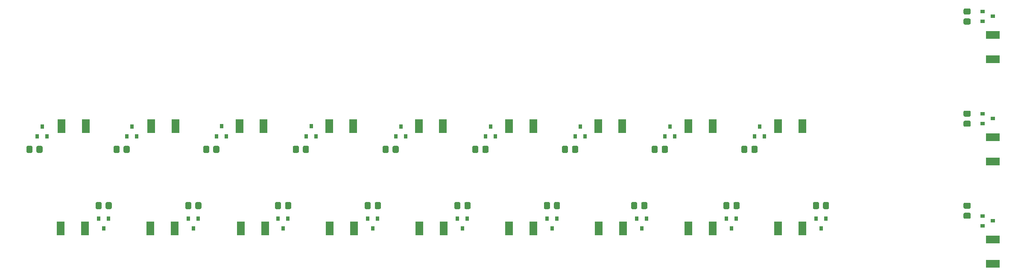
<source format=gbr>
%TF.GenerationSoftware,KiCad,Pcbnew,(5.1.12)-1*%
%TF.CreationDate,2022-04-06T16:59:54+05:30*%
%TF.ProjectId,Diet,44696574-2e6b-4696-9361-645f70636258,rev?*%
%TF.SameCoordinates,Original*%
%TF.FileFunction,Paste,Top*%
%TF.FilePolarity,Positive*%
%FSLAX46Y46*%
G04 Gerber Fmt 4.6, Leading zero omitted, Abs format (unit mm)*
G04 Created by KiCad (PCBNEW (5.1.12)-1) date 2022-04-06 16:59:54*
%MOMM*%
%LPD*%
G01*
G04 APERTURE LIST*
%ADD10R,1.500000X2.700000*%
%ADD11R,0.800000X0.900000*%
%ADD12R,2.700000X1.500000*%
%ADD13R,0.900000X0.800000*%
G04 APERTURE END LIST*
D10*
%TO.C,D1*%
X177660000Y-96520000D03*
X172860000Y-96520000D03*
%TD*%
%TO.C,D2*%
X48540000Y-76200000D03*
X53340000Y-76200000D03*
%TD*%
%TO.C,D3*%
X190640000Y-76200000D03*
X195440000Y-76200000D03*
%TD*%
%TO.C,D4*%
X119380000Y-76200000D03*
X124180000Y-76200000D03*
%TD*%
%TO.C,D5*%
X106540000Y-96520000D03*
X101740000Y-96520000D03*
%TD*%
%TO.C,D6*%
X190640000Y-96520000D03*
X195440000Y-96520000D03*
%TD*%
%TO.C,D7*%
X71120000Y-76200000D03*
X66320000Y-76200000D03*
%TD*%
%TO.C,D8*%
X53200000Y-96520000D03*
X48400000Y-96520000D03*
%TD*%
%TO.C,D9*%
X142100000Y-76200000D03*
X137300000Y-76200000D03*
%TD*%
%TO.C,D10*%
X119520000Y-96520000D03*
X124320000Y-96520000D03*
%TD*%
%TO.C,D11*%
X88620000Y-76200000D03*
X83820000Y-76200000D03*
%TD*%
%TO.C,D12*%
X70980000Y-96520000D03*
X66180000Y-96520000D03*
%TD*%
%TO.C,D13*%
X159740000Y-76200000D03*
X154940000Y-76200000D03*
%TD*%
%TO.C,D14*%
X142100000Y-96520000D03*
X137300000Y-96520000D03*
%TD*%
%TO.C,D15*%
X101600000Y-76200000D03*
X106400000Y-76200000D03*
%TD*%
%TO.C,D16*%
X84100000Y-96520000D03*
X88900000Y-96520000D03*
%TD*%
%TO.C,D17*%
X177660000Y-76200000D03*
X172860000Y-76200000D03*
%TD*%
%TO.C,D18*%
X155080000Y-96520000D03*
X159880000Y-96520000D03*
%TD*%
D11*
%TO.C,Q1*%
X181356000Y-96504000D03*
X180406000Y-94504000D03*
X182306000Y-94504000D03*
%TD*%
%TO.C,Q2*%
X44704000Y-76216000D03*
X45654000Y-78216000D03*
X43754000Y-78216000D03*
%TD*%
%TO.C,Q3*%
X185994000Y-78216000D03*
X187894000Y-78216000D03*
X186944000Y-76216000D03*
%TD*%
%TO.C,Q4*%
X114874000Y-78216000D03*
X116774000Y-78216000D03*
X115824000Y-76216000D03*
%TD*%
%TO.C,Q5*%
X110236000Y-96520000D03*
X109286000Y-94520000D03*
X111186000Y-94520000D03*
%TD*%
%TO.C,Q6*%
X200086000Y-94504000D03*
X198186000Y-94504000D03*
X199136000Y-96504000D03*
%TD*%
%TO.C,Q7*%
X62484000Y-76216000D03*
X63434000Y-78216000D03*
X61534000Y-78216000D03*
%TD*%
%TO.C,Q8*%
X57846000Y-94504000D03*
X55946000Y-94504000D03*
X56896000Y-96504000D03*
%TD*%
%TO.C,Q9*%
X132654000Y-78216000D03*
X134554000Y-78216000D03*
X133604000Y-76216000D03*
%TD*%
%TO.C,Q10*%
X128966000Y-94520000D03*
X127066000Y-94520000D03*
X128016000Y-96520000D03*
%TD*%
%TO.C,Q11*%
X80264000Y-76200000D03*
X81214000Y-78200000D03*
X79314000Y-78200000D03*
%TD*%
%TO.C,Q12*%
X75626000Y-94504000D03*
X73726000Y-94504000D03*
X74676000Y-96504000D03*
%TD*%
%TO.C,Q13*%
X151384000Y-76216000D03*
X152334000Y-78216000D03*
X150434000Y-78216000D03*
%TD*%
%TO.C,Q14*%
X146746000Y-94520000D03*
X144846000Y-94520000D03*
X145796000Y-96520000D03*
%TD*%
%TO.C,Q15*%
X97094000Y-78200000D03*
X98994000Y-78200000D03*
X98044000Y-76200000D03*
%TD*%
%TO.C,Q16*%
X92456000Y-96504000D03*
X91506000Y-94504000D03*
X93406000Y-94504000D03*
%TD*%
%TO.C,Q17*%
X169164000Y-76216000D03*
X170114000Y-78216000D03*
X168214000Y-78216000D03*
%TD*%
%TO.C,Q18*%
X163576000Y-96504000D03*
X162626000Y-94504000D03*
X164526000Y-94504000D03*
%TD*%
%TO.C,R2*%
G36*
G01*
X180972000Y-91497999D02*
X180972000Y-92398001D01*
G75*
G02*
X180722001Y-92648000I-249999J0D01*
G01*
X180021999Y-92648000D01*
G75*
G02*
X179772000Y-92398001I0J249999D01*
G01*
X179772000Y-91497999D01*
G75*
G02*
X180021999Y-91248000I249999J0D01*
G01*
X180722001Y-91248000D01*
G75*
G02*
X180972000Y-91497999I0J-249999D01*
G01*
G37*
G36*
G01*
X182972000Y-91497999D02*
X182972000Y-92398001D01*
G75*
G02*
X182722001Y-92648000I-249999J0D01*
G01*
X182021999Y-92648000D01*
G75*
G02*
X181772000Y-92398001I0J249999D01*
G01*
X181772000Y-91497999D01*
G75*
G02*
X182021999Y-91248000I249999J0D01*
G01*
X182722001Y-91248000D01*
G75*
G02*
X182972000Y-91497999I0J-249999D01*
G01*
G37*
%TD*%
%TO.C,R3*%
G36*
G01*
X42780000Y-80321999D02*
X42780000Y-81222001D01*
G75*
G02*
X42530001Y-81472000I-249999J0D01*
G01*
X41829999Y-81472000D01*
G75*
G02*
X41580000Y-81222001I0J249999D01*
G01*
X41580000Y-80321999D01*
G75*
G02*
X41829999Y-80072000I249999J0D01*
G01*
X42530001Y-80072000D01*
G75*
G02*
X42780000Y-80321999I0J-249999D01*
G01*
G37*
G36*
G01*
X44780000Y-80321999D02*
X44780000Y-81222001D01*
G75*
G02*
X44530001Y-81472000I-249999J0D01*
G01*
X43829999Y-81472000D01*
G75*
G02*
X43580000Y-81222001I0J249999D01*
G01*
X43580000Y-80321999D01*
G75*
G02*
X43829999Y-80072000I249999J0D01*
G01*
X44530001Y-80072000D01*
G75*
G02*
X44780000Y-80321999I0J-249999D01*
G01*
G37*
%TD*%
%TO.C,R4*%
G36*
G01*
X186528000Y-80321999D02*
X186528000Y-81222001D01*
G75*
G02*
X186278001Y-81472000I-249999J0D01*
G01*
X185577999Y-81472000D01*
G75*
G02*
X185328000Y-81222001I0J249999D01*
G01*
X185328000Y-80321999D01*
G75*
G02*
X185577999Y-80072000I249999J0D01*
G01*
X186278001Y-80072000D01*
G75*
G02*
X186528000Y-80321999I0J-249999D01*
G01*
G37*
G36*
G01*
X184528000Y-80321999D02*
X184528000Y-81222001D01*
G75*
G02*
X184278001Y-81472000I-249999J0D01*
G01*
X183577999Y-81472000D01*
G75*
G02*
X183328000Y-81222001I0J249999D01*
G01*
X183328000Y-80321999D01*
G75*
G02*
X183577999Y-80072000I249999J0D01*
G01*
X184278001Y-80072000D01*
G75*
G02*
X184528000Y-80321999I0J-249999D01*
G01*
G37*
%TD*%
%TO.C,R5*%
G36*
G01*
X115392000Y-80321999D02*
X115392000Y-81222001D01*
G75*
G02*
X115142001Y-81472000I-249999J0D01*
G01*
X114441999Y-81472000D01*
G75*
G02*
X114192000Y-81222001I0J249999D01*
G01*
X114192000Y-80321999D01*
G75*
G02*
X114441999Y-80072000I249999J0D01*
G01*
X115142001Y-80072000D01*
G75*
G02*
X115392000Y-80321999I0J-249999D01*
G01*
G37*
G36*
G01*
X113392000Y-80321999D02*
X113392000Y-81222001D01*
G75*
G02*
X113142001Y-81472000I-249999J0D01*
G01*
X112441999Y-81472000D01*
G75*
G02*
X112192000Y-81222001I0J249999D01*
G01*
X112192000Y-80321999D01*
G75*
G02*
X112441999Y-80072000I249999J0D01*
G01*
X113142001Y-80072000D01*
G75*
G02*
X113392000Y-80321999I0J-249999D01*
G01*
G37*
%TD*%
%TO.C,R6*%
G36*
G01*
X109852000Y-91497999D02*
X109852000Y-92398001D01*
G75*
G02*
X109602001Y-92648000I-249999J0D01*
G01*
X108901999Y-92648000D01*
G75*
G02*
X108652000Y-92398001I0J249999D01*
G01*
X108652000Y-91497999D01*
G75*
G02*
X108901999Y-91248000I249999J0D01*
G01*
X109602001Y-91248000D01*
G75*
G02*
X109852000Y-91497999I0J-249999D01*
G01*
G37*
G36*
G01*
X111852000Y-91497999D02*
X111852000Y-92398001D01*
G75*
G02*
X111602001Y-92648000I-249999J0D01*
G01*
X110901999Y-92648000D01*
G75*
G02*
X110652000Y-92398001I0J249999D01*
G01*
X110652000Y-91497999D01*
G75*
G02*
X110901999Y-91248000I249999J0D01*
G01*
X111602001Y-91248000D01*
G75*
G02*
X111852000Y-91497999I0J-249999D01*
G01*
G37*
%TD*%
%TO.C,R7*%
G36*
G01*
X198720000Y-91497999D02*
X198720000Y-92398001D01*
G75*
G02*
X198470001Y-92648000I-249999J0D01*
G01*
X197769999Y-92648000D01*
G75*
G02*
X197520000Y-92398001I0J249999D01*
G01*
X197520000Y-91497999D01*
G75*
G02*
X197769999Y-91248000I249999J0D01*
G01*
X198470001Y-91248000D01*
G75*
G02*
X198720000Y-91497999I0J-249999D01*
G01*
G37*
G36*
G01*
X200720000Y-91497999D02*
X200720000Y-92398001D01*
G75*
G02*
X200470001Y-92648000I-249999J0D01*
G01*
X199769999Y-92648000D01*
G75*
G02*
X199520000Y-92398001I0J249999D01*
G01*
X199520000Y-91497999D01*
G75*
G02*
X199769999Y-91248000I249999J0D01*
G01*
X200470001Y-91248000D01*
G75*
G02*
X200720000Y-91497999I0J-249999D01*
G01*
G37*
%TD*%
%TO.C,R8*%
G36*
G01*
X60052000Y-80321999D02*
X60052000Y-81222001D01*
G75*
G02*
X59802001Y-81472000I-249999J0D01*
G01*
X59101999Y-81472000D01*
G75*
G02*
X58852000Y-81222001I0J249999D01*
G01*
X58852000Y-80321999D01*
G75*
G02*
X59101999Y-80072000I249999J0D01*
G01*
X59802001Y-80072000D01*
G75*
G02*
X60052000Y-80321999I0J-249999D01*
G01*
G37*
G36*
G01*
X62052000Y-80321999D02*
X62052000Y-81222001D01*
G75*
G02*
X61802001Y-81472000I-249999J0D01*
G01*
X61101999Y-81472000D01*
G75*
G02*
X60852000Y-81222001I0J249999D01*
G01*
X60852000Y-80321999D01*
G75*
G02*
X61101999Y-80072000I249999J0D01*
G01*
X61802001Y-80072000D01*
G75*
G02*
X62052000Y-80321999I0J-249999D01*
G01*
G37*
%TD*%
%TO.C,R9*%
G36*
G01*
X58496000Y-91497999D02*
X58496000Y-92398001D01*
G75*
G02*
X58246001Y-92648000I-249999J0D01*
G01*
X57545999Y-92648000D01*
G75*
G02*
X57296000Y-92398001I0J249999D01*
G01*
X57296000Y-91497999D01*
G75*
G02*
X57545999Y-91248000I249999J0D01*
G01*
X58246001Y-91248000D01*
G75*
G02*
X58496000Y-91497999I0J-249999D01*
G01*
G37*
G36*
G01*
X56496000Y-91497999D02*
X56496000Y-92398001D01*
G75*
G02*
X56246001Y-92648000I-249999J0D01*
G01*
X55545999Y-92648000D01*
G75*
G02*
X55296000Y-92398001I0J249999D01*
G01*
X55296000Y-91497999D01*
G75*
G02*
X55545999Y-91248000I249999J0D01*
G01*
X56246001Y-91248000D01*
G75*
G02*
X56496000Y-91497999I0J-249999D01*
G01*
G37*
%TD*%
%TO.C,R10*%
G36*
G01*
X131188000Y-80321999D02*
X131188000Y-81222001D01*
G75*
G02*
X130938001Y-81472000I-249999J0D01*
G01*
X130237999Y-81472000D01*
G75*
G02*
X129988000Y-81222001I0J249999D01*
G01*
X129988000Y-80321999D01*
G75*
G02*
X130237999Y-80072000I249999J0D01*
G01*
X130938001Y-80072000D01*
G75*
G02*
X131188000Y-80321999I0J-249999D01*
G01*
G37*
G36*
G01*
X133188000Y-80321999D02*
X133188000Y-81222001D01*
G75*
G02*
X132938001Y-81472000I-249999J0D01*
G01*
X132237999Y-81472000D01*
G75*
G02*
X131988000Y-81222001I0J249999D01*
G01*
X131988000Y-80321999D01*
G75*
G02*
X132237999Y-80072000I249999J0D01*
G01*
X132938001Y-80072000D01*
G75*
G02*
X133188000Y-80321999I0J-249999D01*
G01*
G37*
%TD*%
%TO.C,R11*%
G36*
G01*
X127632000Y-91497999D02*
X127632000Y-92398001D01*
G75*
G02*
X127382001Y-92648000I-249999J0D01*
G01*
X126681999Y-92648000D01*
G75*
G02*
X126432000Y-92398001I0J249999D01*
G01*
X126432000Y-91497999D01*
G75*
G02*
X126681999Y-91248000I249999J0D01*
G01*
X127382001Y-91248000D01*
G75*
G02*
X127632000Y-91497999I0J-249999D01*
G01*
G37*
G36*
G01*
X129632000Y-91497999D02*
X129632000Y-92398001D01*
G75*
G02*
X129382001Y-92648000I-249999J0D01*
G01*
X128681999Y-92648000D01*
G75*
G02*
X128432000Y-92398001I0J249999D01*
G01*
X128432000Y-91497999D01*
G75*
G02*
X128681999Y-91248000I249999J0D01*
G01*
X129382001Y-91248000D01*
G75*
G02*
X129632000Y-91497999I0J-249999D01*
G01*
G37*
%TD*%
%TO.C,R12*%
G36*
G01*
X77832000Y-80321999D02*
X77832000Y-81222001D01*
G75*
G02*
X77582001Y-81472000I-249999J0D01*
G01*
X76881999Y-81472000D01*
G75*
G02*
X76632000Y-81222001I0J249999D01*
G01*
X76632000Y-80321999D01*
G75*
G02*
X76881999Y-80072000I249999J0D01*
G01*
X77582001Y-80072000D01*
G75*
G02*
X77832000Y-80321999I0J-249999D01*
G01*
G37*
G36*
G01*
X79832000Y-80321999D02*
X79832000Y-81222001D01*
G75*
G02*
X79582001Y-81472000I-249999J0D01*
G01*
X78881999Y-81472000D01*
G75*
G02*
X78632000Y-81222001I0J249999D01*
G01*
X78632000Y-80321999D01*
G75*
G02*
X78881999Y-80072000I249999J0D01*
G01*
X79582001Y-80072000D01*
G75*
G02*
X79832000Y-80321999I0J-249999D01*
G01*
G37*
%TD*%
%TO.C,R13*%
G36*
G01*
X76276000Y-91497999D02*
X76276000Y-92398001D01*
G75*
G02*
X76026001Y-92648000I-249999J0D01*
G01*
X75325999Y-92648000D01*
G75*
G02*
X75076000Y-92398001I0J249999D01*
G01*
X75076000Y-91497999D01*
G75*
G02*
X75325999Y-91248000I249999J0D01*
G01*
X76026001Y-91248000D01*
G75*
G02*
X76276000Y-91497999I0J-249999D01*
G01*
G37*
G36*
G01*
X74276000Y-91497999D02*
X74276000Y-92398001D01*
G75*
G02*
X74026001Y-92648000I-249999J0D01*
G01*
X73325999Y-92648000D01*
G75*
G02*
X73076000Y-92398001I0J249999D01*
G01*
X73076000Y-91497999D01*
G75*
G02*
X73325999Y-91248000I249999J0D01*
G01*
X74026001Y-91248000D01*
G75*
G02*
X74276000Y-91497999I0J-249999D01*
G01*
G37*
%TD*%
%TO.C,R14*%
G36*
G01*
X150968000Y-80321999D02*
X150968000Y-81222001D01*
G75*
G02*
X150718001Y-81472000I-249999J0D01*
G01*
X150017999Y-81472000D01*
G75*
G02*
X149768000Y-81222001I0J249999D01*
G01*
X149768000Y-80321999D01*
G75*
G02*
X150017999Y-80072000I249999J0D01*
G01*
X150718001Y-80072000D01*
G75*
G02*
X150968000Y-80321999I0J-249999D01*
G01*
G37*
G36*
G01*
X148968000Y-80321999D02*
X148968000Y-81222001D01*
G75*
G02*
X148718001Y-81472000I-249999J0D01*
G01*
X148017999Y-81472000D01*
G75*
G02*
X147768000Y-81222001I0J249999D01*
G01*
X147768000Y-80321999D01*
G75*
G02*
X148017999Y-80072000I249999J0D01*
G01*
X148718001Y-80072000D01*
G75*
G02*
X148968000Y-80321999I0J-249999D01*
G01*
G37*
%TD*%
%TO.C,R15*%
G36*
G01*
X147380000Y-91497999D02*
X147380000Y-92398001D01*
G75*
G02*
X147130001Y-92648000I-249999J0D01*
G01*
X146429999Y-92648000D01*
G75*
G02*
X146180000Y-92398001I0J249999D01*
G01*
X146180000Y-91497999D01*
G75*
G02*
X146429999Y-91248000I249999J0D01*
G01*
X147130001Y-91248000D01*
G75*
G02*
X147380000Y-91497999I0J-249999D01*
G01*
G37*
G36*
G01*
X145380000Y-91497999D02*
X145380000Y-92398001D01*
G75*
G02*
X145130001Y-92648000I-249999J0D01*
G01*
X144429999Y-92648000D01*
G75*
G02*
X144180000Y-92398001I0J249999D01*
G01*
X144180000Y-91497999D01*
G75*
G02*
X144429999Y-91248000I249999J0D01*
G01*
X145130001Y-91248000D01*
G75*
G02*
X145380000Y-91497999I0J-249999D01*
G01*
G37*
%TD*%
%TO.C,R16*%
G36*
G01*
X97596000Y-80321999D02*
X97596000Y-81222001D01*
G75*
G02*
X97346001Y-81472000I-249999J0D01*
G01*
X96645999Y-81472000D01*
G75*
G02*
X96396000Y-81222001I0J249999D01*
G01*
X96396000Y-80321999D01*
G75*
G02*
X96645999Y-80072000I249999J0D01*
G01*
X97346001Y-80072000D01*
G75*
G02*
X97596000Y-80321999I0J-249999D01*
G01*
G37*
G36*
G01*
X95596000Y-80321999D02*
X95596000Y-81222001D01*
G75*
G02*
X95346001Y-81472000I-249999J0D01*
G01*
X94645999Y-81472000D01*
G75*
G02*
X94396000Y-81222001I0J249999D01*
G01*
X94396000Y-80321999D01*
G75*
G02*
X94645999Y-80072000I249999J0D01*
G01*
X95346001Y-80072000D01*
G75*
G02*
X95596000Y-80321999I0J-249999D01*
G01*
G37*
%TD*%
%TO.C,R17*%
G36*
G01*
X92072000Y-91497999D02*
X92072000Y-92398001D01*
G75*
G02*
X91822001Y-92648000I-249999J0D01*
G01*
X91121999Y-92648000D01*
G75*
G02*
X90872000Y-92398001I0J249999D01*
G01*
X90872000Y-91497999D01*
G75*
G02*
X91121999Y-91248000I249999J0D01*
G01*
X91822001Y-91248000D01*
G75*
G02*
X92072000Y-91497999I0J-249999D01*
G01*
G37*
G36*
G01*
X94072000Y-91497999D02*
X94072000Y-92398001D01*
G75*
G02*
X93822001Y-92648000I-249999J0D01*
G01*
X93121999Y-92648000D01*
G75*
G02*
X92872000Y-92398001I0J249999D01*
G01*
X92872000Y-91497999D01*
G75*
G02*
X93121999Y-91248000I249999J0D01*
G01*
X93822001Y-91248000D01*
G75*
G02*
X94072000Y-91497999I0J-249999D01*
G01*
G37*
%TD*%
%TO.C,R18*%
G36*
G01*
X168748000Y-80321999D02*
X168748000Y-81222001D01*
G75*
G02*
X168498001Y-81472000I-249999J0D01*
G01*
X167797999Y-81472000D01*
G75*
G02*
X167548000Y-81222001I0J249999D01*
G01*
X167548000Y-80321999D01*
G75*
G02*
X167797999Y-80072000I249999J0D01*
G01*
X168498001Y-80072000D01*
G75*
G02*
X168748000Y-80321999I0J-249999D01*
G01*
G37*
G36*
G01*
X166748000Y-80321999D02*
X166748000Y-81222001D01*
G75*
G02*
X166498001Y-81472000I-249999J0D01*
G01*
X165797999Y-81472000D01*
G75*
G02*
X165548000Y-81222001I0J249999D01*
G01*
X165548000Y-80321999D01*
G75*
G02*
X165797999Y-80072000I249999J0D01*
G01*
X166498001Y-80072000D01*
G75*
G02*
X166748000Y-80321999I0J-249999D01*
G01*
G37*
%TD*%
%TO.C,R19*%
G36*
G01*
X164684000Y-91497999D02*
X164684000Y-92398001D01*
G75*
G02*
X164434001Y-92648000I-249999J0D01*
G01*
X163733999Y-92648000D01*
G75*
G02*
X163484000Y-92398001I0J249999D01*
G01*
X163484000Y-91497999D01*
G75*
G02*
X163733999Y-91248000I249999J0D01*
G01*
X164434001Y-91248000D01*
G75*
G02*
X164684000Y-91497999I0J-249999D01*
G01*
G37*
G36*
G01*
X162684000Y-91497999D02*
X162684000Y-92398001D01*
G75*
G02*
X162434001Y-92648000I-249999J0D01*
G01*
X161733999Y-92648000D01*
G75*
G02*
X161484000Y-92398001I0J249999D01*
G01*
X161484000Y-91497999D01*
G75*
G02*
X161733999Y-91248000I249999J0D01*
G01*
X162434001Y-91248000D01*
G75*
G02*
X162684000Y-91497999I0J-249999D01*
G01*
G37*
%TD*%
D12*
%TO.C,D19*%
X233172000Y-83172000D03*
X233172000Y-78372000D03*
%TD*%
%TO.C,D20*%
X233172000Y-103492000D03*
X233172000Y-98692000D03*
%TD*%
%TO.C,D21*%
X233172000Y-58052000D03*
X233172000Y-62852000D03*
%TD*%
D13*
%TO.C,Q19*%
X233156000Y-74676000D03*
X231156000Y-75626000D03*
X231156000Y-73726000D03*
%TD*%
%TO.C,Q20*%
X231156000Y-94046000D03*
X231156000Y-95946000D03*
X233156000Y-94996000D03*
%TD*%
%TO.C,Q21*%
X231156000Y-53406000D03*
X231156000Y-55306000D03*
X233156000Y-54356000D03*
%TD*%
%TO.C,R1*%
G36*
G01*
X227641999Y-73076000D02*
X228542001Y-73076000D01*
G75*
G02*
X228792000Y-73325999I0J-249999D01*
G01*
X228792000Y-74026001D01*
G75*
G02*
X228542001Y-74276000I-249999J0D01*
G01*
X227641999Y-74276000D01*
G75*
G02*
X227392000Y-74026001I0J249999D01*
G01*
X227392000Y-73325999D01*
G75*
G02*
X227641999Y-73076000I249999J0D01*
G01*
G37*
G36*
G01*
X227641999Y-75076000D02*
X228542001Y-75076000D01*
G75*
G02*
X228792000Y-75325999I0J-249999D01*
G01*
X228792000Y-76026001D01*
G75*
G02*
X228542001Y-76276000I-249999J0D01*
G01*
X227641999Y-76276000D01*
G75*
G02*
X227392000Y-76026001I0J249999D01*
G01*
X227392000Y-75325999D01*
G75*
G02*
X227641999Y-75076000I249999J0D01*
G01*
G37*
%TD*%
%TO.C,R20*%
G36*
G01*
X228542001Y-94564000D02*
X227641999Y-94564000D01*
G75*
G02*
X227392000Y-94314001I0J249999D01*
G01*
X227392000Y-93613999D01*
G75*
G02*
X227641999Y-93364000I249999J0D01*
G01*
X228542001Y-93364000D01*
G75*
G02*
X228792000Y-93613999I0J-249999D01*
G01*
X228792000Y-94314001D01*
G75*
G02*
X228542001Y-94564000I-249999J0D01*
G01*
G37*
G36*
G01*
X228542001Y-92564000D02*
X227641999Y-92564000D01*
G75*
G02*
X227392000Y-92314001I0J249999D01*
G01*
X227392000Y-91613999D01*
G75*
G02*
X227641999Y-91364000I249999J0D01*
G01*
X228542001Y-91364000D01*
G75*
G02*
X228792000Y-91613999I0J-249999D01*
G01*
X228792000Y-92314001D01*
G75*
G02*
X228542001Y-92564000I-249999J0D01*
G01*
G37*
%TD*%
%TO.C,R21*%
G36*
G01*
X227641999Y-54772000D02*
X228542001Y-54772000D01*
G75*
G02*
X228792000Y-55021999I0J-249999D01*
G01*
X228792000Y-55722001D01*
G75*
G02*
X228542001Y-55972000I-249999J0D01*
G01*
X227641999Y-55972000D01*
G75*
G02*
X227392000Y-55722001I0J249999D01*
G01*
X227392000Y-55021999D01*
G75*
G02*
X227641999Y-54772000I249999J0D01*
G01*
G37*
G36*
G01*
X227641999Y-52772000D02*
X228542001Y-52772000D01*
G75*
G02*
X228792000Y-53021999I0J-249999D01*
G01*
X228792000Y-53722001D01*
G75*
G02*
X228542001Y-53972000I-249999J0D01*
G01*
X227641999Y-53972000D01*
G75*
G02*
X227392000Y-53722001I0J249999D01*
G01*
X227392000Y-53021999D01*
G75*
G02*
X227641999Y-52772000I249999J0D01*
G01*
G37*
%TD*%
M02*

</source>
